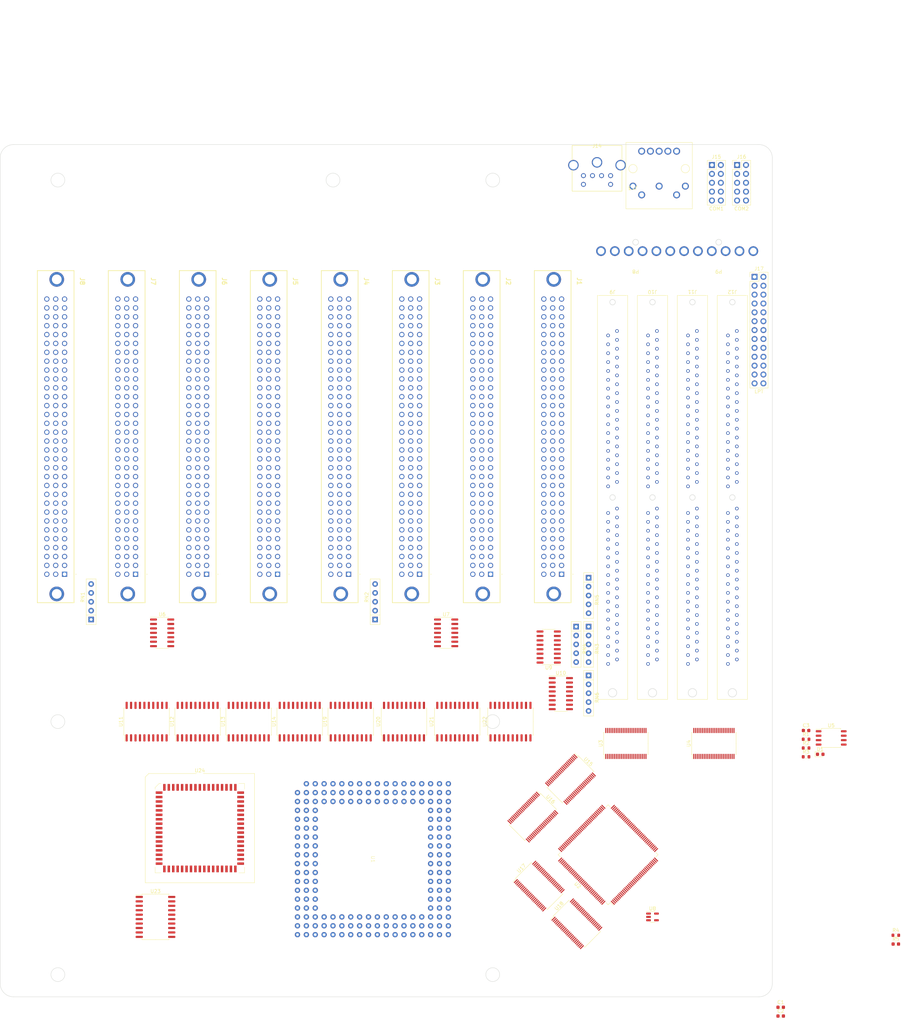
<source format=kicad_pcb>
(kicad_pcb (version 20221018) (generator pcbnew)
  (layers (0 "F.Cu" signal) (1 "In1.Cu" power) (2 "In2.Cu" power) (31 "B.Cu" signal) (34 "B.Paste" user) (35 "F.Paste" user) (36 "B.SilkS" user "B.Silkscreen") (37 "F.SilkS" user "F.Silkscreen") (38 "B.Mask" user) (39 "F.Mask" user) (44 "Edge.Cuts" user))
  (net 0 "")
  (net 1 "/GND_{O}")
  (net 2 "/V_{CC}_{O}")
  (net 3 "/V_{CC}_{L}")
  (net 4 "/GND_{L}")
  (net 5 "/GND_{P}")
  (net 6 "/V_{CC}_{P}")
  (net 7 "/TM2")
  (net 8 "/TM1")
  (net 9 "/R{slash}~{W}")
  (net 10 "/TM0")
  (net 11 "/TT1")
  (net 12 "/TT0")
  (net 13 "/SIZ1")
  (net 14 "/SIZ0")
  (net 15 "/TLN1")
  (net 16 "/UPA1")
  (net 17 "/UPA0")
  (net 18 "/~{MI}")
  (net 19 "/TLN0")
  (net 20 "/~{CIOUT}")
  (net 21 "/~{RSTO}")
  (net 22 "/BCLK")
  (net 23 "/PCLK")
  (net 24 "/PST2")
  (net 25 "/~{TIP}")
  (net 26 "/~{TS}")
  (net 27 "/~{LOCKE}")
  (net 28 "/~{IPEND}")
  (net 29 "/TDI")
  (net 30 "/TCK")
  (net 31 "/TMS")
  (net 32 "/~{MDIS}")
  (net 33 "/~{RSTI}")
  (net 34 "/Expansion/ExpansionSlot8/BCLK")
  (net 35 "/SC1")
  (net 36 "/Expansion/ExpansionSlot7/BCLK")
  (net 37 "/PST1")
  (net 38 "/~{LOCK}")
  (net 39 "/TDO")
  (net 40 "/~{TSRT}")
  (net 41 "/~{CDIS}")
  (net 42 "/~{IPL2}")
  (net 43 "/~{IPL1}")
  (net 44 "/~{IPL0}")
  (net 45 "/JS0")
  (net 46 "/Expansion/ExpansionSlot6/BCLK")
  (net 47 "/~{AVEC}")
  (net 48 "/SC0")
  (net 49 "/~{BG}")
  (net 50 "/Expansion/ExpansionSlot5/BCLK")
  (net 51 "/PST0")
  (net 52 "/PST3")
  (net 53 "/~{BB}")
  (net 54 "/~{BR}")
  (net 55 "GND")
  (net 56 "+3V3")
  (net 57 "/Memory/DRAM_A0")
  (net 58 "/Memory/DRAM_A1")
  (net 59 "/Memory/DRAM_A2")
  (net 60 "/Memory/DRAM_A3")
  (net 61 "/Memory/DRAM_A4")
  (net 62 "/Memory/DRAM_A5")
  (net 63 "/Memory/DRAM_A6")
  (net 64 "/Memory/DRAM_A10")
  (net 65 "/Memory/DRAM_A7")
  (net 66 "/Memory/DRAM_A11")
  (net 67 "/Memory/DRAM_A8")
  (net 68 "/Memory/DRAM_A9")
  (net 69 "/Memory/~{RAS3}")
  (net 70 "/Memory/~{RAS2}")
  (net 71 "/Memory/~{CAS_A0}")
  (net 72 "/Memory/~{CAS_A2}")
  (net 73 "/Memory/~{CAS_A3}")
  (net 74 "/Memory/~{CAS_A1}")
  (net 75 "/Memory/~{RAS0}")
  (net 76 "/Memory/~{RAS1}")
  (net 77 "/Memory/DRAM_R{slash}~{W}")
  (net 78 "/Memory/PD_{A}1")
  (net 79 "/Memory/PD_{A}2")
  (net 80 "/Memory/PD_{A}3")
  (net 81 "/Memory/PD_{A}4")
  (net 82 "/Memory/~{CAS_B0}")
  (net 83 "/Memory/~{CAS_B2}")
  (net 84 "/Memory/~{CAS_B3}")
  (net 85 "/Memory/~{CAS_B1}")
  (net 86 "/Memory/PD_{B}1")
  (net 87 "/Memory/PD_{B}2")
  (net 88 "/Memory/PD_{B}3")
  (net 89 "/Memory/PD_{B}4")
  (net 90 "/Memory/~{CAS_C0}")
  (net 91 "/Memory/~{CAS_C2}")
  (net 92 "/Memory/~{CAS_C3}")
  (net 93 "/Memory/~{CAS_C1}")
  (net 94 "/Memory/PD_{C}1")
  (net 95 "/Memory/PD_{C}2")
  (net 96 "/Memory/PD_{C}3")
  (net 97 "/Memory/PD_{C}4")
  (net 98 "/Memory/~{CAS_D0}")
  (net 99 "/Memory/~{CAS_D2}")
  (net 100 "/Memory/~{CAS_D3}")
  (net 101 "/Memory/~{CAS_D1}")
  (net 102 "/Memory/PD_{D}1")
  (net 103 "/Memory/PD_{D}2")
  (net 104 "/Memory/PD_{D}3")
  (net 105 "/Memory/PD_{D}4")
  (net 106 "/Expansion/EXD0")
  (net 107 "/Expansion/EXD2")
  (net 108 "/Expansion/EXD4")
  (net 109 "/Expansion/EXD6")
  (net 110 "Net-(U2E-GND-Pad103)")
  (net 111 "Net-(U2D-VCCIO_3-Pad30)")
  (net 112 "/Expansion/EXD8")
  (net 113 "/Expansion/EXD10")
  (net 114 "/Expansion/EXD12")
  (net 115 "/Expansion/EXD14")
  (net 130 "Net-(U2E-VCC-Pad111)")
  (net 139 "Net-(U2C-VCCIO_2-Pad46)")
  (net 147 "/Memory/CDONE")
  (net 149 "/Memory/FLASH_SS")
  (net 150 "/Memory/FLASH_SCK")
  (net 151 "/Memory/FLASH_MOSI")
  (net 152 "/Memory/FLASH_MISO")
  (net 155 "Net-(U2B-VCCIO_1-Pad100)")
  (net 158 "Net-(U2A-VCCIO_0-Pad123)")
  (net 161 "/Expansion/EXD16")
  (net 163 "/Expansion/EXD17")
  (net 164 "/Expansion/EXD18")
  (net 174 "/Expansion/ExpansionSlot4/BCLK")
  (net 175 "/Expansion/ExpansionSlot3/BCLK")
  (net 176 "/Expansion/ExpansionSlot2/BCLK")
  (net 177 "/Expansion/A1")
  (net 178 "/Expansion/A3")
  (net 179 "/Expansion/A5")
  (net 180 "/Expansion/A7")
  (net 181 "/Expansion/A9")
  (net 182 "/Expansion/A11")
  (net 183 "/Expansion/A13")
  (net 184 "/Expansion/A15")
  (net 185 "/Expansion/A17")
  (net 186 "/Expansion/A19")
  (net 189 "/Expansion/ExpansionSlot1/BCLK")
  (net 196 "/Power/PWR_GOOD")
  (net 197 "/Expansion/ExpansionSlot4/~{CFG_{OUT}}")
  (net 198 "/Expansion/ExpansionSlot3/~{CFG_{OUT}}")
  (net 199 "/Expansion/ExpansionSlot2/~{CFG_{OUT}}")
  (net 200 "/Expansion/ExpansionSlot1/~{CFG_{OUT}}")
  (net 203 "/Expansion/ExpansionSlot8/~{CFG_{OUT}}")
  (net 210 "/Expansion/ExpansionSlot7/~{CFG_{OUT}}")
  (net 211 "/Expansion/ExpansionSlot6/~{CFG_{OUT}}")
  (net 213 "/Expansion/ExpansionSlot5/~{CFG_{OUT}}")
  (net 226 "/Expansion/ExpansionSlot8/~{CFG_{IN}}")
  (net 227 "/Expansion/ExpansionSlot7/~{CFG_{IN}}")
  (net 228 "/Expansion/ExpansionSlot6/~{CFG_{IN}}")
  (net 229 "/Expansion/A0")
  (net 230 "/Expansion/A20")
  (net 231 "/Expansion/A21")
  (net 232 "/Expansion/A22")
  (net 233 "/Expansion/A23")
  (net 234 "/Expansion/A24")
  (net 235 "/Expansion/A25")
  (net 236 "/Expansion/A26")
  (net 237 "/Expansion/A27")
  (net 238 "/Expansion/A28")
  (net 239 "/Expansion/A29")
  (net 240 "/Expansion/A30")
  (net 241 "/Expansion/A31")
  (net 243 "/Expansion/ExpansionSlot5/~{CFG_{IN}}")
  (net 244 "/Expansion/ExpansionSlot4/~{CFG_{IN}}")
  (net 245 "/Expansion/ExpansionSlot3/~{CFG_{IN}}")
  (net 246 "/Expansion/ExpansionSlot2/~{CFG_{IN}}")
  (net 247 "/Expansion/ExpansionSlot1/~{CFG_{IN}}")
  (net 248 "/Expansion/A2")
  (net 249 "/Expansion/A4")
  (net 250 "/Expansion/A6")
  (net 251 "/Expansion/A8")
  (net 252 "/Expansion/A10")
  (net 253 "/Expansion/A12")
  (net 254 "/Expansion/A14")
  (net 255 "/Expansion/A16")
  (net 256 "/Expansion/A18")
  (net 268 "/I2C_SCL")
  (net 270 "/I2C_SDA")
  (net 271 "/D3")
  (net 274 "/Memory/RAMPDSR_SH{slash}~{LD}")
  (net 281 "/Memory/RAMPDSR_CLK")
  (net 284 "Net-(U10-DS)")
  (net 286 "/Memory/RAMPDSR_D_{OUT}")
  (net 380 "/Memory/DRAM_D0")
  (net 381 "/Memory/DRAM_D16")
  (net 382 "/Memory/DRAM_D1")
  (net 383 "/Memory/DRAM_D17")
  (net 384 "/Memory/DRAM_D2")
  (net 385 "/Memory/DRAM_D18")
  (net 386 "/Memory/DRAM_D3")
  (net 387 "/Memory/DRAM_D19")
  (net 388 "/Memory/DRAM_D4")
  (net 389 "/Memory/DRAM_D20")
  (net 390 "/Memory/DRAM_D5")
  (net 391 "/Memory/DRAM_D21")
  (net 392 "/Memory/DRAM_D6")
  (net 393 "/Memory/DRAM_D22")
  (net 394 "/Memory/DRAM_D7")
  (net 395 "/Memory/DRAM_D23")
  (net 396 "/Memory/DRAM_D8")
  (net 397 "/Memory/DRAM_D24")
  (net 398 "/Memory/DRAM_D9")
  (net 399 "/Memory/DRAM_D25")
  (net 400 "/Memory/DRAM_D10")
  (net 401 "/Memory/DRAM_D26")
  (net 402 "/Memory/DRAM_D11")
  (net 403 "/Memory/DRAM_D27")
  (net 404 "/Memory/DRAM_D12")
  (net 405 "/Memory/DRAM_D28")
  (net 406 "/Memory/DRAM_D29")
  (net 407 "/Memory/DRAM_D13")
  (net 408 "/Memory/DRAM_D30")
  (net 409 "/Memory/DRAM_D14")
  (net 410 "/Memory/DRAM_D31")
  (net 411 "/Memory/DRAM_D15")
  (net 412 "/Memory/DRAM_BUF_DIR")
  (net 413 "/Memory/DRAM_BUF_~{OE}")
  (net 416 "/IO/KB_CLK")
  (net 417 "/IO/KB_DAT")
  (net 419 "Net-(C1-Pad1)")
  (net 420 "+5V")
  (net 421 "+12V")
  (net 422 "-12V")
  (net 423 "-5V")
  (net 424 "/IO/COM1_DCD")
  (net 425 "/IO/COM1_RXD")
  (net 426 "/IO/COM1_TXD")
  (net 427 "/IO/COM1_DTR")
  (net 428 "/IO/COM1_DSR")
  (net 429 "/IO/COM1_RTS")
  (net 430 "/IO/COM1_CTS")
  (net 431 "/IO/COM1_RI")
  (net 432 "/IO/COM2_DCD")
  (net 433 "/IO/COM2_RXD")
  (net 434 "/IO/COM2_TXD")
  (net 435 "/IO/COM2_DTR")
  (net 436 "/IO/COM2_DSR")
  (net 437 "/IO/COM2_RTS")
  (net 438 "/IO/COM2_CTS")
  (net 439 "/IO/COM2_RI")
  (net 440 "/IO/LPT_~{STB}")
  (net 441 "/IO/LPT_~{AFD}")
  (net 442 "/IO/LPT_D0")
  (net 443 "/IO/LPT_~{ERR}")
  (net 444 "/IO/LPT_D1")
  (net 445 "/IO/LPT_~{INIT}")
  (net 446 "/IO/LPT_D2")
  (net 447 "/IO/LPT_~{SLIN}")
  (net 448 "/IO/LPT_D3")
  (net 449 "/IO/LPT_D4")
  (net 450 "/IO/LPT_D5")
  (net 451 "/IO/LPT_D6")
  (net 452 "/IO/LPT_D7")
  (net 453 "/IO/LPT_~{ACK}")
  (net 454 "/IO/LPT_BUSY")
  (net 455 "/IO/LPT_PE")
  (net 456 "/IO/LPT_SEL")
  (net 457 "/Expansion/D0")
  (net 458 "/Expansion/D2")
  (net 459 "/Expansion/D4")
  (net 460 "/Expansion/D6")
  (net 461 "/Expansion/D8")
  (net 462 "/Expansion/D10")
  (net 463 "/Expansion/D12")
  (net 464 "/Expansion/D14")
  (net 465 "/Expansion/D1")
  (net 466 "/Expansion/D3")
  (net 467 "/Expansion/D5")
  (net 468 "/Expansion/D7")
  (net 469 "/Expansion/D9")
  (net 470 "/Expansion/D11")
  (net 471 "/Expansion/D13")
  (net 472 "/Expansion/D15")
  (net 473 "/Expansion/D16")
  (net 474 "/Expansion/D17")
  (net 475 "/Expansion/D18")
  (net 476 "/Expansion/D19")
  (net 477 "/Expansion/D20")
  (net 478 "/Expansion/D21")
  (net 479 "/Expansion/D22")
  (net 480 "/Expansion/D23")
  (net 481 "/Expansion/D24")
  (net 482 "/Expansion/D25")
  (net 483 "/Expansion/D26")
  (net 484 "/Expansion/D27")
  (net 485 "/Expansion/D28")
  (net 486 "/Expansion/D29")
  (net 487 "/Expansion/D30")
  (net 488 "/Expansion/D31")
  (net 489 "/IO/MOU_DAT")
  (net 491 "Net-(C2-Pad1)")
  (net 492 "/IO/MOU_CLK")
  (net 494 "/Expansion/EXD19")
  (net 495 "/Expansion/EXD20")
  (net 496 "/Expansion/EXD21")
  (net 497 "/Expansion/EXD22")
  (net 498 "/Expansion/EXD23")
  (net 499 "/Expansion/EXD24")
  (net 500 "/Expansion/EXD25")
  (net 501 "/Expansion/EXD26")
  (net 502 "/Expansion/EXD27")
  (net 503 "/Expansion/EXD28")
  (net 504 "/Expansion/EXD29")
  (net 505 "/Expansion/EXD30")
  (net 506 "/Expansion/EXD31")
  (net 507 "/Expansion/EXD1")
  (net 508 "/Expansion/EXD3")
  (net 509 "/Expansion/EXD5")
  (net 510 "/Expansion/EXD7")
  (net 511 "/Expansion/EXD9")
  (net 512 "/Expansion/EXD11")
  (net 513 "/Expansion/EXD13")
  (net 514 "/Expansion/EXD15")
  (net 519 "/Expansion/EXDIR")
  (net 520 "/Expansion/EXA7")
  (net 521 "/Expansion/EXA6")
  (net 522 "/Expansion/EXA5")
  (net 523 "/Expansion/EXA4")
  (net 524 "/Expansion/EXA3")
  (net 525 "/Expansion/EXA2")
  (net 526 "/Expansion/EXA1")
  (net 527 "/Expansion/EXA0")
  (net 528 "/Expansion/~{EXP_OE}")
  (net 529 "/Expansion/EXA15")
  (net 530 "/Expansion/EXA14")
  (net 531 "/Expansion/EXA13")
  (net 532 "/Expansion/EXA12")
  (net 533 "/Expansion/EXA11")
  (net 534 "/Expansion/EXA10")
  (net 535 "/Expansion/EXA9")
  (net 536 "/Expansion/EXA8")
  (net 537 "/Expansion/EXA23")
  (net 538 "/Expansion/EXA22")
  (net 539 "/Expansion/EXA21")
  (net 540 "/Expansion/EXA20")
  (net 541 "/Expansion/EXA19")
  (net 542 "/Expansion/EXA18")
  (net 543 "/Expansion/EXA17")
  (net 544 "/Expansion/EXA16")
  (net 545 "/Expansion/EXA31")
  (net 546 "/Expansion/EXA30")
  (net 547 "/Expansion/EXA29")
  (net 548 "/Expansion/EXA28")
  (net 549 "/Expansion/EXA27")
  (net 550 "/Expansion/EXA26")
  (net 551 "/Expansion/EXA25")
  (net 552 "/Expansion/EXA24")
  (net 553 "/Memory/FPGA_A0")
  (net 554 "/Memory/FPGA_A1")
  (net 555 "/Memory/FPGA_A2")
  (net 556 "/Memory/FPGA_A3")
  (net 557 "/Memory/FPGA_A4")
  (net 558 "/Memory/FPGA_A5")
  (net 559 "/Memory/FPGA_A6")
  (net 560 "/Memory/FPGA_A7")
  (net 561 "/Memory/FPGA_A8")
  (net 562 "/Memory/FPGA_A9")
  (net 563 "/Memory/FPGA_A10")
  (net 564 "/Memory/FPGA_A11")
  (net 565 "/Memory/FPGA_A12")
  (net 566 "/Memory/FPGA_A13")
  (net 567 "/Memory/FPGA_A14")
  (net 568 "/Memory/FPGA_A15")
  (net 594 "/Memory/FPGA_A31")
  (net 595 "/Memory/FPGA_A30")
  (net 597 "/Memory/FPGA_A29")
  (net 598 "/Memory/FPGA_A28")
  (net 600 "/Memory/FPGA_A27")
  (net 601 "/Memory/FPGA_A26")
  (net 603 "/Memory/FPGA_A25")
  (net 604 "/Memory/FPGA_A24")
  (net 605 "/Memory/FPGA_A23")
  (net 606 "/Memory/FPGA_A22")
  (net 608 "/Memory/FPGA_A21")
  (net 609 "/Memory/FPGA_A20")
  (net 611 "/Memory/FPGA_A19")
  (net 612 "/Memory/FPGA_A18")
  (net 614 "/Memory/FPGA_A17")
  (net 615 "/Memory/FPGA_A16")
  (net 626 "/Memory/FPGA_D15")
  (net 627 "/Memory/FPGA_D14")
  (net 629 "/Memory/FPGA_D13")
  (net 630 "/Memory/FPGA_D12")
  (net 632 "/Memory/FPGA_D11")
  (net 633 "/Memory/FPGA_D10")
  (net 635 "/Memory/FPGA_D9")
  (net 636 "/Memory/FPGA_D8")
  (net 637 "/Memory/FPGA_D7")
  (net 638 "/Memory/FPGA_D6")
  (net 640 "/Memory/FPGA_D5")
  (net 641 "/Memory/FPGA_D4")
  (net 643 "/Memory/FPGA_D3")
  (net 644 "/Memory/FPGA_D2")
  (net 646 "/Memory/FPGA_D1")
  (net 647 "/Memory/FPGA_D0")
  (net 658 "/Memory/FPGA_D31")
  (net 659 "/Memory/FPGA_D30")
  (net 661 "/Memory/FPGA_D29")
  (net 662 "/Memory/FPGA_D28")
  (net 664 "/Memory/FPGA_D27")
  (net 665 "/Memory/FPGA_D26")
  (net 667 "/Memory/FPGA_D25")
  (net 668 "/Memory/FPGA_D24")
  (net 669 "/Memory/FPGA_D23")
  (net 670 "/Memory/FPGA_D22")
  (net 672 "/Memory/FPGA_D21")
  (net 673 "/Memory/FPGA_D20")
  (net 675 "/Memory/FPGA_D19")
  (net 676 "/Memory/FPGA_D18")
  (net 678 "/Memory/FPGA_D17")
  (net 679 "/Memory/FPGA_D16")
  (net 681 "/D4")
  (net 682 "/D5")
  (net 683 "/D6")
  (net 684 "/D7")
  (net 685 "/D9")
  (net 686 "/D10")
  (net 687 "/D11")
  (net 688 "/D12")
  (net 689 "/D13")
  (net 690 "/D14")
  (net 691 "/D15")
  (net 692 "/D17")
  (net 693 "/D19")
  (net 694 "/D20")
  (net 695 "/D21")
  (net 696 "/D24")
  (net 697 "/D1")
  (net 698 "/D8")
  (net 699 "/D16")
  (net 700 "/D18")
  (net 701 "/D22")
  (net 702 "/D26")
  (net 703 "/D0")
  (net 704 "/D2")
  (net 705 "/D23")
  (net 706 "/D25")
  (net 707 "/D28")
  (net 708 "/D27")
  (net 709 "/D31")
  (net 710 "/D29")
  (net 711 "/D30")
  (net 712 "+3.3V")
  (net 713 "/SYS_CLK")
  (net 717 "/PA0")
  (net 718 "/~{I2C_DTACK}")
  (net 719 "/~{I2C_SEL}")
  (net 720 "/~{SWE}")
  (net 722 "/~{68150_CS}")
  (net 723 "/~{TA}")
  (net 724 "/~{DS}")
  (net 725 "/~{DSACK1}")
  (net 726 "/~{DSACK0}")
  (net 727 "/~{LWE}")
  (net 728 "/~{UWE}")
  (net 729 "/PA1")
  (footprint "Capacitor_SMD:C_0603_1608Metric" (layer "F.Cu") (at 290.335 233.68)
    (fp_text reference "C3")
    (fp_text value "0.1u")
  )
  (footprint "Capacitor_SMD:C_0603_1608Metric" (layer "F.Cu") (at 316.02 294.785)
    (fp_text reference "R5")
    (fp_text value "10k")
  )
  (footprint "Connector_PinHeader_2.54mm:PinHeader_2x13_P2.54mm_Vertical" (layer "F.Cu") (at 275.59 103.886)
    (fp_text reference "J17")
    (fp_text value "LPT")
  )
  (footprint "68040:SIMM-72" (layer "F.Cu") (at 270.51 119.38 90)
    (fp_text reference "J12")
    (fp_text value "~")
    (fp_circle (center -103.505 -1.27) (end -102.2985 -1.27) (stroke (width 0.12)) (fill none) (layer "Edge.Cuts"))
    (fp_circle (center -47.625 -1.27) (end -46.83125 -1.27) (stroke (width 0.12)) (fill none) (layer "Edge.Cuts"))
    (fp_circle (center 8.255 -1.27) (end 9.04875 -1.27) (stroke (width 0.12)) (fill none) (layer "Edge.Cuts"))
  )
  (footprint "68040:EXP" (layer "F.Cu") (at 220.36088 188.976 -90)
    (fp_text reference "J1")
    (fp_text value "EXP" hide)
  )
  (footprint "Connector_PinHeader_2.54mm:PinHeader_2x05_P2.54mm_Vertical" (layer "F.Cu") (at 270.598 71.882)
    (fp_text reference "J16")
    (fp_text value "COM2")
  )
  (footprint "Package_SO:SOIC-20W_7.5x12.8mm_P1.27mm" (layer "F.Cu") (at 175.26 231.14 90)
    (fp_text reference "U20")
    (fp_text value "74HC245")
  )
  (footprint "Package_SO:SOIC-14_3.9x8.7mm_P1.27mm" (layer "F.Cu") (at 106.045 205.74)
    (fp_text reference "U6")
    (fp_text value "74LS32")
  )
  (footprint "68040:DIN5-180" (layer "F.Cu") (at 240.785 77.93 180)
    (fp_text reference "J13")
    (fp_text value "DIN-5_180degree")
  )
  (footprint "Connector_PinHeader_2.54mm:PinHeader_2x05_P2.54mm_Vertical" (layer "F.Cu") (at 263.398 71.882)
    (fp_text reference "J15")
    (fp_text value "COM1")
  )
  (footprint "Capacitor_SMD:C_0603_1608Metric" (layer "F.Cu") (at 283.07 315.385)
    (fp_text reference "C2")
    (fp_text value "C")
  )
  (footprint "Resistor_SMD:R_0603_1608Metric" (layer "F.Cu") (at 290.335 238.7)
    (fp_text reference "R2")
    (fp_text value "10K")
  )
  (footprint "Resistor_THT:R_Array_SIP5" (layer "F.Cu") (at 85.725 201.93 90)
    (fp_text reference "RN1")
    (fp_text value "R_Network04_US")
  )
  (footprint "Package_SO:SOIC-20W_7.5x12.8mm_P1.27mm" (layer "F.Cu") (at 104.14 287.02)
    (fp_text reference "U23")
    (fp_text value "PCF8584")
  )
  (footprint "Package_SO:TSSOP-48_6.1x12.5mm_P0.5mm" (layer "F.Cu") (at 212.127386 258.463692 -45)
    (fp_text reference "U16")
    (fp_text value "SN74ALVC164245")
  )
  (footprint "68040:SIMM-72" (layer "F.Cu") (at 247.65 119.38 90)
    (fp_text reference "J10")
    (fp_text value "~")
    (fp_circle (center -103.505 -1.27) (end -102.2985 -1.27) (stroke (width 0.12)) (fill none) (layer "Edge.Cuts"))
    (fp_circle (center -47.625 -1.27) (end -46.83125 -1.27) (stroke (width 0.12)) (fill none) (layer "Edge.Cuts"))
    (fp_circle (center 8.255 -1.27) (end 9.04875 -1.27) (stroke (width 0.12)) (fill none) (layer "Edge.Cuts"))
  )
  (footprint "68040:EXP" (layer "F.Cu") (at 179.72088 188.976 -90)
    (fp_text reference "J3")
    (fp_text value "EXP" hide)
  )
  (footprint "Package_SO:SOIC-20W_7.5x12.8mm_P1.27mm" (layer "F.Cu") (at 101.6 231.14 90)
    (fp_text reference "U11")
    (fp_text value "74HC245")
  )
  (footprint "Package_QFP:TQFP-144_20x20mm_P0.5mm" (layer "F.Cu") (at 233.68 269.24 135)
    (fp_text reference "U2")
    (fp_text value "ICE40HX4K-TQ144")
  )
  (footprint "Package_SO:SOIC-20W_7.5x12.8mm_P1.27mm" (layer "F.Cu") (at 145.415 231.14 90)
    (fp_text reference "U14")
    (fp_text value "74HC245")
  )
  (footprint "68040:EXP" (layer "F.Cu") (at 98.44088 188.976 -90)
    (fp_text reference "J7")
    (fp_text value "EXP" hide)
  )
  (footprint "Package_SO:SOIC-8_5.23x5.23mm_P1.27mm" (layer "F.Cu") (at 297.515 235.81)
    (fp_text reference "U5")
    (fp_text value "W25Q32JVSSIM")
  )
  (footprint "Package_SO:SOIC-20W_7.5x12.8mm_P1.27mm" (layer "F.Cu") (at 205.74 231.14 90)
    (fp_text reference "U22")
    (fp_text value "74HC245")
  )
  (footprint "Resistor_THT:R_Array_SIP5" (layer "F.Cu") (at 228.092 217.932 -90)
    (fp_text reference "RN6")
    (fp_text value "10k")
  )
  (footprint "LED_SMD:LED_0603_1608Metric" (layer "F.Cu") (at 294.385 240.49)
    (fp_text reference "D1")
    (fp_text value "LTST-C191KGKT")
  )
  (footprint "Package_SO:SOIC-16_3.9x9.9mm_P1.27mm" (layer "F.Cu") (at 216.662 209.804 180)
    (fp_text reference "U9")
    (fp_text value "74HC165")
  )
  (footprint "Resistor_THT:R_Array_SIP5" (layer "F.Cu") (at 224.536 203.962 -90)
    (fp_text reference "RN4")
    (fp_text value "10k")
  )
  (footprint "Package_SO:SOIC-20W_7.5x12.8mm_P1.27mm" (layer "F.Cu") (at 130.81 231.14 90)
    (fp_text reference "U13")
    (fp_text value "74HC245")
  )
  (footprint "68040:EXP" (layer "F.Cu") (at 200.04088 188.976 -90)
    (fp_text reference "J2")
    (fp_text value "EXP" hide)
  )
  (footprint "Package_SO:SOIC-20W_7.5x12.8mm_P1.27mm" (layer "F.Cu") (at 116.205 231.14 90)
    (fp_text reference "U12")
    (fp_text value "74HC245")
  )
  (footprint "Resistor_SMD:R_0603_1608Metric" (layer "F.Cu") (at 290.335 241.21)
    (fp_text reference "R3")
    (fp_text value "10K")
  )
  (footprint "Package_SO:TSSOP-48_6.1x12.5mm_P0.5mm" (layer "F.Cu") (at 213.964442 278.203271 45)
    (fp_text reference "U17")
    (fp_text value "SN74ALVC164245")
  )
  (footprint "Package_SO:TSSOP-48_6.1x12.5mm_P0.5mm" (layer "F.Cu") (at 238.76 237.3925 90)
    (fp_text reference "U3")
    (fp_text value "SN74ALVC164245")
  )
  (footprint "68040:EXP" (layer "F.Cu") (at 159.40088 188.976 -90)
    (fp_text reference "J4")
    (fp_text value "EXP" hide)
  )
  (footprint "68040:EXP" (layer "F.Cu") (at 118.76088 188.976 -90)
    (fp_text reference "J6")
    (fp_text value "EXP" hide)
  )
  (footprint "Package_SO:SOIC-16_3.9x9.9mm_P1.27mm" (layer "F.Cu") (at 220.153 223.139)
    (fp_text reference "U10")
    (fp_text value "74HC165")
  )
  (footprint "Package_SO:SOIC-20W_7.5x12.8mm_P1.27mm" (layer "F.Cu") (at 190.5 231.14 90)
    (fp_text reference "U21")
    (fp_text value "74HC245")
  )
  (footprint "Capacitor_SMD:C_0603_1608Metric" (layer "F.Cu") (at 283.07 312.875)
    (fp_text reference "C1")
    (fp_text value "C")
  )
  (footprint "Resistor_THT:R_Array_SIP5" (layer "F.Cu") (at 167.005 201.93 90)
    (fp_text reference "RN2")
    (fp_text value "R_Network04_US")
  )
  (footprint "Package_SO:SOIC-20W_7.5x12.8mm_P1.27mm" (layer "F.Cu") (at 160.02 231.14 90)
    (fp_text reference "U19")
    (fp_text value "74HC245")
  )
  (footprint "68040:SIMM-72" (layer "F.Cu") (at 236.22 119.38 90)
    (fp_text reference "J9")
    (fp_text value "~")
    (fp_circle (center -103.505 -1.27) (end -102.2985 -1.27) (stroke (width 0.12)) (fill none) (layer "Edge.Cuts"))
    (fp_circle (center -47.625 -1.27) (end -46.83125 -1.27) (stroke (width 0.12)) (fill none) (layer "Edge.Cuts"))
    (fp_circle (center 8.255 -1.27) (end 9.04875 -1.27) (stroke (width 0.12)) (fill none) (layer "Edge.Cuts"))
  )
  (footprint "Resistor_THT:R_Array_SIP5" (layer "F.Cu") (at 228.092 189.972 -90)
    (fp_text reference "RN5")
    (fp_text value "10k")
  )
  (footprint "68040:15-48-0106" (layer "F.Cu") (at 255.4224 96.52 180)
    (fp_text reference "P9")
    (fp_text value "Conn_01x06")
    (fp_circle (center -9.906 2.54) (end -9.0805 2.54) (stroke (width 0.12)) (fill none) (layer "Edge.Cuts"))
  )
  (footprint "68040:SIMM-72" (layer "F.Cu") (at 259.08 119.38 90)
    (fp_text reference "J11")
    (fp_text value "~")
    (fp_circle (center -103.505 -1.27) (end -102.2985 -1.27) (stroke (width 0.12)) (fill none) (layer "Edge.Cuts"))
    (fp_circle (center -47.625 -1.27) (end -46.83125 -1.27) (stroke (width 0.12)) (fill none) (layer "Edge.Cuts"))
    (fp_circle (center 8.255 -1.27) (end 9.04875 -1.27) (stroke (width 0.12)) (fill none) (layer "Edge.Cuts"))
  )
  (footprint "68040:EXP" (layer "F.Cu") (at 78.12088 188.976 -90)
    (fp_text reference "J8")
    (fp_text value "EXP" hide)
  )
  (footprint "68040:Mini-DIN6" (layer "F.Cu") (at 226.6188 74.9246)
    (fp_text reference "J14")
    (fp_text value "Mini-DIN-6")
  )
  (footprint "68040:EXP" (layer "F.Cu") (at 139.08088 188.976 -90)
    (fp_text reference "J5")
    (fp_text value "EXP" hide)
  )
  (footprint "Package_SO:SOIC-14_3.9x8.7mm_P1.27mm" (layer "F.Cu") (at 187.325 205.74)
    (fp_text reference "U7")
    (fp_text value "74LS32")
  )
  (footprint "Resistor_SMD:R_0603_1608Metric" (layer "F.Cu") (at 290.335 236.19)
    (fp_text reference "R1")
    (fp_text value "2.2K")
  )
  (footprint "Package_TO_SOT_SMD:TSOT-23-5" (layer "F.Cu") (at 246.38 287.02)
    (fp_text reference "U8")
    (fp_text value "LTC6905xS5-133")
  )
  (footprint "Package_LCC:PLCC-68_SMD-Socket" (layer "F.Cu") (at 116.84 261.62)
    (fp_text reference "U24")
    (fp_text value "~")
  )
  (footprint "Package_SO:TSSOP-48_6.1x12.5mm_P0.5mm" (layer "F.Cu") (at 222.903693 247.687385 -45)
    (fp_text reference "U15")
    (fp_text value "SN74ALVC164245")
  )
  (footprint "Package_SO:TSSOP-48_6.1x12.5mm_P0.5mm" (layer "F.Cu") (at 263.95 237.3925 90)
    (fp_text reference "U4")
    (fp_text value "SN74ALVC164245")
  )
  (footprint "68040:15-48-0106" (layer "F.Cu") (at 231.648 96.52 180)
    (fp_text reference "P8")
    (fp_text value "Conn_01x06")
    (fp_circle (center -9.906 2.54) (end -9.0805 2.54) (stroke (width 0.12)) (fill none) (layer "Edge.Cuts"))
  )
  (footprint "68040:PGA179" (layer "F.Cu") (at 187.96 248.92 -90)
    (fp_text reference "U1")
    (fp_text value "68LC040")
  )
  (footprint "Resistor_THT:R_Array_SIP5" (layer "F.Cu") (at 228.092 203.962 -90)
    (fp_text reference "RN3")
    (fp_text value "10k")
  )
  (footprint "Resistor_SMD:R_0603_1608Metric" (layer "F.Cu") (at 316.02 292.275)
    (fp_text reference "R4")
    (fp_text value "10k")
  )
  (footprint "Package_SO:TSSOP-48_6.1x12.5mm_P0.5mm" (layer "F.Cu") (at 224.740749 288.979578 45)
    (fp_text reference "U18")
    (fp_text value "SN74ALVC164245")
  )
  (gr_circle locked (center 200.66 231.14) (end 202.6412 231.14) (stroke (width 0.1)) (fill none) (layer "Edge.Cuts"))
  (gr_circle locked (center 200.66 76.2) (end 202.6412 76.2) (stroke (width 0.1)) (fill none) (layer "Edge.Cuts"))
  (gr_line locked (start 63.5 309.88) (end 276.86 309.88) (stroke (width 0.1)) (layer "Edge.Cuts"))
  (gr_circle locked (center 76.2 231.14) (end 78.1812 231.14) (stroke (width 0.1)) (fill none) (layer "Edge.Cuts"))
  (gr_arc locked (start 280.67 306.07) (mid 279.554077 308.764077) (end 276.86 309.88) (stroke (width 0.1)) (layer "Edge.Cuts"))
  (gr_circle locked (center 76.2 76.2) (end 78.1812 76.2) (stroke (width 0.1)) (fill none) (layer "Edge.Cuts"))
  (gr_line locked (start 59.69 69.85) (end 59.69 306.07) (stroke (width 0.1)) (layer "Edge.Cuts"))
  (gr_arc locked (start 59.69 69.85) (mid 60.805923 67.155923) (end 63.5 66.04) (stroke (width 0.1)) (layer "Edge.Cuts"))
  (gr_arc locked (start 63.5 309.88) (mid 60.805923 308.764077) (end 59.69 306.07) (stroke (width 0.1)) (layer "Edge.Cuts"))
  (gr_line locked (start 280.67 69.85) (end 280.67 306.07) (stroke (width 0.1)) (layer "Edge.Cuts"))
  (gr_arc locked (start 276.86 66.04) (mid 279.554077 67.155923) (end 280.67 69.85) (stroke (width 0.1)) (layer "Edge.Cuts"))
  (gr_line locked (start 276.86 66.04) (end 63.5 66.04) (stroke (width 0.1)) (layer "Edge.Cuts"))
  (gr_circle locked (center 76.2 303.53) (end 78.1812 303.53) (stroke (width 0.1)) (fill none) (layer "Edge.Cuts"))
  (gr_circle locked (center 154.94 76.2) (end 156.9212 76.2) (stroke (width 0.1)) (fill none) (layer "Edge.Cuts"))
  (gr_circle locked (center 200.66 303.53) (end 202.6412 303.53) (stroke (width 0.1)) (fill none) (layer "Edge.Cuts"))
)
</source>
